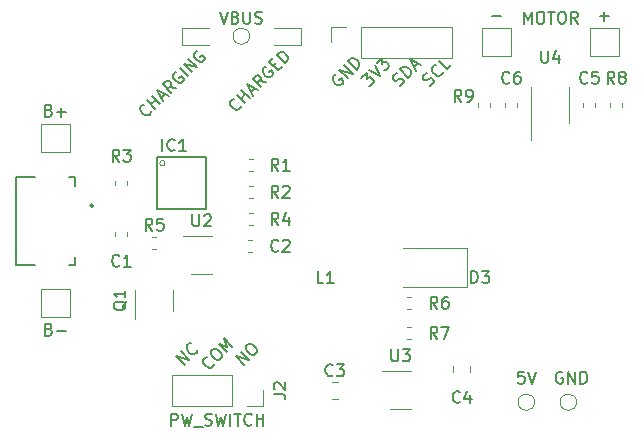
<source format=gbr>
G04 #@! TF.GenerationSoftware,KiCad,Pcbnew,(5.1.6)-1*
G04 #@! TF.CreationDate,2021-01-22T14:13:29+00:00*
G04 #@! TF.ProjectId,NanoBLE_Compass,4e616e6f-424c-4455-9f43-6f6d70617373,rev?*
G04 #@! TF.SameCoordinates,Original*
G04 #@! TF.FileFunction,Legend,Top*
G04 #@! TF.FilePolarity,Positive*
%FSLAX46Y46*%
G04 Gerber Fmt 4.6, Leading zero omitted, Abs format (unit mm)*
G04 Created by KiCad (PCBNEW (5.1.6)-1) date 2021-01-22 14:13:29*
%MOMM*%
%LPD*%
G01*
G04 APERTURE LIST*
%ADD10C,0.150000*%
%ADD11C,0.120000*%
%ADD12C,0.100000*%
%ADD13C,0.127000*%
G04 APERTURE END LIST*
D10*
X137415461Y-101730301D02*
X136708355Y-101023194D01*
X137819522Y-101326240D01*
X137112416Y-100619133D01*
X137583820Y-100147729D02*
X137718507Y-100013042D01*
X137819522Y-99979370D01*
X137954209Y-99979370D01*
X138122568Y-100080385D01*
X138358270Y-100316087D01*
X138459286Y-100484446D01*
X138459286Y-100619133D01*
X138425614Y-100720148D01*
X138290927Y-100854835D01*
X138189912Y-100888507D01*
X138055225Y-100888507D01*
X137886866Y-100787492D01*
X137651164Y-100551790D01*
X137550148Y-100383431D01*
X137550148Y-100248744D01*
X137583820Y-100147729D01*
X134824954Y-101646122D02*
X134824954Y-101713465D01*
X134757610Y-101848152D01*
X134690267Y-101915496D01*
X134555580Y-101982839D01*
X134420893Y-101982839D01*
X134319877Y-101949167D01*
X134151519Y-101848152D01*
X134050503Y-101747137D01*
X133949488Y-101578778D01*
X133915816Y-101477763D01*
X133915816Y-101343076D01*
X133983160Y-101208389D01*
X134050503Y-101141045D01*
X134185190Y-101073702D01*
X134252534Y-101073702D01*
X134622923Y-100568625D02*
X134757610Y-100433938D01*
X134858625Y-100400267D01*
X134993312Y-100400267D01*
X135161671Y-100501282D01*
X135397374Y-100736984D01*
X135498389Y-100905343D01*
X135498389Y-101040030D01*
X135464717Y-101141045D01*
X135330030Y-101275732D01*
X135229015Y-101309404D01*
X135094328Y-101309404D01*
X134925969Y-101208389D01*
X134690267Y-100972687D01*
X134589251Y-100804328D01*
X134589251Y-100669641D01*
X134622923Y-100568625D01*
X135936122Y-100669641D02*
X135229015Y-99962534D01*
X135969793Y-100231908D01*
X135700419Y-99491129D01*
X136407526Y-100198236D01*
X132352297Y-101713465D02*
X131645190Y-101006358D01*
X132756358Y-101309404D01*
X132049251Y-100602297D01*
X133429793Y-100501282D02*
X133429793Y-100568625D01*
X133362450Y-100703312D01*
X133295106Y-100770656D01*
X133160419Y-100838000D01*
X133025732Y-100838000D01*
X132924717Y-100804328D01*
X132756358Y-100703312D01*
X132655343Y-100602297D01*
X132554328Y-100433938D01*
X132520656Y-100332923D01*
X132520656Y-100198236D01*
X132588000Y-100063549D01*
X132655343Y-99996206D01*
X132790030Y-99928862D01*
X132857374Y-99928862D01*
X135326666Y-71842380D02*
X135660000Y-72842380D01*
X135993333Y-71842380D01*
X136660000Y-72318571D02*
X136802857Y-72366190D01*
X136850476Y-72413809D01*
X136898095Y-72509047D01*
X136898095Y-72651904D01*
X136850476Y-72747142D01*
X136802857Y-72794761D01*
X136707619Y-72842380D01*
X136326666Y-72842380D01*
X136326666Y-71842380D01*
X136660000Y-71842380D01*
X136755238Y-71890000D01*
X136802857Y-71937619D01*
X136850476Y-72032857D01*
X136850476Y-72128095D01*
X136802857Y-72223333D01*
X136755238Y-72270952D01*
X136660000Y-72318571D01*
X136326666Y-72318571D01*
X137326666Y-71842380D02*
X137326666Y-72651904D01*
X137374285Y-72747142D01*
X137421904Y-72794761D01*
X137517142Y-72842380D01*
X137707619Y-72842380D01*
X137802857Y-72794761D01*
X137850476Y-72747142D01*
X137898095Y-72651904D01*
X137898095Y-71842380D01*
X138326666Y-72794761D02*
X138469523Y-72842380D01*
X138707619Y-72842380D01*
X138802857Y-72794761D01*
X138850476Y-72747142D01*
X138898095Y-72651904D01*
X138898095Y-72556666D01*
X138850476Y-72461428D01*
X138802857Y-72413809D01*
X138707619Y-72366190D01*
X138517142Y-72318571D01*
X138421904Y-72270952D01*
X138374285Y-72223333D01*
X138326666Y-72128095D01*
X138326666Y-72032857D01*
X138374285Y-71937619D01*
X138421904Y-71890000D01*
X138517142Y-71842380D01*
X138755238Y-71842380D01*
X138898095Y-71890000D01*
X161099523Y-102322380D02*
X160623333Y-102322380D01*
X160575714Y-102798571D01*
X160623333Y-102750952D01*
X160718571Y-102703333D01*
X160956666Y-102703333D01*
X161051904Y-102750952D01*
X161099523Y-102798571D01*
X161147142Y-102893809D01*
X161147142Y-103131904D01*
X161099523Y-103227142D01*
X161051904Y-103274761D01*
X160956666Y-103322380D01*
X160718571Y-103322380D01*
X160623333Y-103274761D01*
X160575714Y-103227142D01*
X161432857Y-102322380D02*
X161766190Y-103322380D01*
X162099523Y-102322380D01*
X164338095Y-102370000D02*
X164242857Y-102322380D01*
X164100000Y-102322380D01*
X163957142Y-102370000D01*
X163861904Y-102465238D01*
X163814285Y-102560476D01*
X163766666Y-102750952D01*
X163766666Y-102893809D01*
X163814285Y-103084285D01*
X163861904Y-103179523D01*
X163957142Y-103274761D01*
X164100000Y-103322380D01*
X164195238Y-103322380D01*
X164338095Y-103274761D01*
X164385714Y-103227142D01*
X164385714Y-102893809D01*
X164195238Y-102893809D01*
X164814285Y-103322380D02*
X164814285Y-102322380D01*
X165385714Y-103322380D01*
X165385714Y-102322380D01*
X165861904Y-103322380D02*
X165861904Y-102322380D01*
X166100000Y-102322380D01*
X166242857Y-102370000D01*
X166338095Y-102465238D01*
X166385714Y-102560476D01*
X166433333Y-102750952D01*
X166433333Y-102893809D01*
X166385714Y-103084285D01*
X166338095Y-103179523D01*
X166242857Y-103274761D01*
X166100000Y-103322380D01*
X165861904Y-103322380D01*
X131223238Y-106878380D02*
X131223238Y-105878380D01*
X131604190Y-105878380D01*
X131699428Y-105926000D01*
X131747047Y-105973619D01*
X131794666Y-106068857D01*
X131794666Y-106211714D01*
X131747047Y-106306952D01*
X131699428Y-106354571D01*
X131604190Y-106402190D01*
X131223238Y-106402190D01*
X132128000Y-105878380D02*
X132366095Y-106878380D01*
X132556571Y-106164095D01*
X132747047Y-106878380D01*
X132985142Y-105878380D01*
X133128000Y-106973619D02*
X133889904Y-106973619D01*
X134080380Y-106830761D02*
X134223238Y-106878380D01*
X134461333Y-106878380D01*
X134556571Y-106830761D01*
X134604190Y-106783142D01*
X134651809Y-106687904D01*
X134651809Y-106592666D01*
X134604190Y-106497428D01*
X134556571Y-106449809D01*
X134461333Y-106402190D01*
X134270857Y-106354571D01*
X134175619Y-106306952D01*
X134128000Y-106259333D01*
X134080380Y-106164095D01*
X134080380Y-106068857D01*
X134128000Y-105973619D01*
X134175619Y-105926000D01*
X134270857Y-105878380D01*
X134508952Y-105878380D01*
X134651809Y-105926000D01*
X134985142Y-105878380D02*
X135223238Y-106878380D01*
X135413714Y-106164095D01*
X135604190Y-106878380D01*
X135842285Y-105878380D01*
X136223238Y-106878380D02*
X136223238Y-105878380D01*
X136556571Y-105878380D02*
X137128000Y-105878380D01*
X136842285Y-106878380D02*
X136842285Y-105878380D01*
X138032761Y-106783142D02*
X137985142Y-106830761D01*
X137842285Y-106878380D01*
X137747047Y-106878380D01*
X137604190Y-106830761D01*
X137508952Y-106735523D01*
X137461333Y-106640285D01*
X137413714Y-106449809D01*
X137413714Y-106306952D01*
X137461333Y-106116476D01*
X137508952Y-106021238D01*
X137604190Y-105926000D01*
X137747047Y-105878380D01*
X137842285Y-105878380D01*
X137985142Y-105926000D01*
X138032761Y-105973619D01*
X138461333Y-106878380D02*
X138461333Y-105878380D01*
X138461333Y-106354571D02*
X139032761Y-106354571D01*
X139032761Y-106878380D02*
X139032761Y-105878380D01*
X120864380Y-98734571D02*
X121007238Y-98782190D01*
X121054857Y-98829809D01*
X121102476Y-98925047D01*
X121102476Y-99067904D01*
X121054857Y-99163142D01*
X121007238Y-99210761D01*
X120912000Y-99258380D01*
X120531047Y-99258380D01*
X120531047Y-98258380D01*
X120864380Y-98258380D01*
X120959619Y-98306000D01*
X121007238Y-98353619D01*
X121054857Y-98448857D01*
X121054857Y-98544095D01*
X121007238Y-98639333D01*
X120959619Y-98686952D01*
X120864380Y-98734571D01*
X120531047Y-98734571D01*
X121531047Y-98877428D02*
X122292952Y-98877428D01*
X120864380Y-80192571D02*
X121007238Y-80240190D01*
X121054857Y-80287809D01*
X121102476Y-80383047D01*
X121102476Y-80525904D01*
X121054857Y-80621142D01*
X121007238Y-80668761D01*
X120912000Y-80716380D01*
X120531047Y-80716380D01*
X120531047Y-79716380D01*
X120864380Y-79716380D01*
X120959619Y-79764000D01*
X121007238Y-79811619D01*
X121054857Y-79906857D01*
X121054857Y-80002095D01*
X121007238Y-80097333D01*
X120959619Y-80144952D01*
X120864380Y-80192571D01*
X120531047Y-80192571D01*
X121531047Y-80335428D02*
X122292952Y-80335428D01*
X121912000Y-80716380D02*
X121912000Y-79954476D01*
X167513047Y-72207428D02*
X168274952Y-72207428D01*
X167894000Y-72588380D02*
X167894000Y-71826476D01*
X158369047Y-72207428D02*
X159130952Y-72207428D01*
X161060095Y-72842380D02*
X161060095Y-71842380D01*
X161393428Y-72556666D01*
X161726761Y-71842380D01*
X161726761Y-72842380D01*
X162393428Y-71842380D02*
X162583904Y-71842380D01*
X162679142Y-71890000D01*
X162774380Y-71985238D01*
X162822000Y-72175714D01*
X162822000Y-72509047D01*
X162774380Y-72699523D01*
X162679142Y-72794761D01*
X162583904Y-72842380D01*
X162393428Y-72842380D01*
X162298190Y-72794761D01*
X162202952Y-72699523D01*
X162155333Y-72509047D01*
X162155333Y-72175714D01*
X162202952Y-71985238D01*
X162298190Y-71890000D01*
X162393428Y-71842380D01*
X163107714Y-71842380D02*
X163679142Y-71842380D01*
X163393428Y-72842380D02*
X163393428Y-71842380D01*
X164202952Y-71842380D02*
X164393428Y-71842380D01*
X164488666Y-71890000D01*
X164583904Y-71985238D01*
X164631523Y-72175714D01*
X164631523Y-72509047D01*
X164583904Y-72699523D01*
X164488666Y-72794761D01*
X164393428Y-72842380D01*
X164202952Y-72842380D01*
X164107714Y-72794761D01*
X164012476Y-72699523D01*
X163964857Y-72509047D01*
X163964857Y-72175714D01*
X164012476Y-71985238D01*
X164107714Y-71890000D01*
X164202952Y-71842380D01*
X165631523Y-72842380D02*
X165298190Y-72366190D01*
X165060095Y-72842380D02*
X165060095Y-71842380D01*
X165441047Y-71842380D01*
X165536285Y-71890000D01*
X165583904Y-71937619D01*
X165631523Y-72032857D01*
X165631523Y-72175714D01*
X165583904Y-72270952D01*
X165536285Y-72318571D01*
X165441047Y-72366190D01*
X165060095Y-72366190D01*
X145157698Y-77147194D02*
X145056683Y-77180866D01*
X144955668Y-77281881D01*
X144888324Y-77416568D01*
X144888324Y-77551255D01*
X144921996Y-77652270D01*
X145023011Y-77820629D01*
X145124026Y-77921644D01*
X145292385Y-78022660D01*
X145393400Y-78056331D01*
X145528087Y-78056331D01*
X145662774Y-77988988D01*
X145730118Y-77921644D01*
X145797461Y-77786957D01*
X145797461Y-77719614D01*
X145561759Y-77483912D01*
X145427072Y-77618599D01*
X146167851Y-77483912D02*
X145460744Y-76776805D01*
X146571912Y-77079851D01*
X145864805Y-76372744D01*
X146908629Y-76743133D02*
X146201522Y-76036026D01*
X146369881Y-75867668D01*
X146504568Y-75800324D01*
X146639255Y-75800324D01*
X146740270Y-75833996D01*
X146908629Y-75935011D01*
X147009644Y-76036026D01*
X147110660Y-76204385D01*
X147144331Y-76305400D01*
X147144331Y-76440087D01*
X147076988Y-76574774D01*
X146908629Y-76743133D01*
X147327309Y-77450240D02*
X147765042Y-77012507D01*
X147798713Y-77517583D01*
X147899729Y-77416568D01*
X148000744Y-77382896D01*
X148068087Y-77382896D01*
X148169103Y-77416568D01*
X148337461Y-77584927D01*
X148371133Y-77685942D01*
X148371133Y-77753286D01*
X148337461Y-77854301D01*
X148135431Y-78056331D01*
X148034416Y-78090003D01*
X147967072Y-78090003D01*
X147967072Y-76810477D02*
X148909881Y-77281881D01*
X148438477Y-76339072D01*
X148606835Y-76170713D02*
X149044568Y-75732981D01*
X149078240Y-76238057D01*
X149179255Y-76137042D01*
X149280270Y-76103370D01*
X149347614Y-76103370D01*
X149448629Y-76137042D01*
X149616988Y-76305400D01*
X149650660Y-76406416D01*
X149650660Y-76473759D01*
X149616988Y-76574774D01*
X149414957Y-76776805D01*
X149313942Y-76810477D01*
X149246599Y-76810477D01*
X153114416Y-78090003D02*
X153249103Y-78022660D01*
X153417461Y-77854301D01*
X153451133Y-77753286D01*
X153451133Y-77685942D01*
X153417461Y-77584927D01*
X153350118Y-77517583D01*
X153249103Y-77483912D01*
X153181759Y-77483912D01*
X153080744Y-77517583D01*
X152912385Y-77618599D01*
X152811370Y-77652270D01*
X152744026Y-77652270D01*
X152643011Y-77618599D01*
X152575668Y-77551255D01*
X152541996Y-77450240D01*
X152541996Y-77382896D01*
X152575668Y-77281881D01*
X152744026Y-77113522D01*
X152878713Y-77046179D01*
X154191912Y-76945164D02*
X154191912Y-77012507D01*
X154124568Y-77147194D01*
X154057225Y-77214538D01*
X153922538Y-77281881D01*
X153787851Y-77281881D01*
X153686835Y-77248209D01*
X153518477Y-77147194D01*
X153417461Y-77046179D01*
X153316446Y-76877820D01*
X153282774Y-76776805D01*
X153282774Y-76642118D01*
X153350118Y-76507431D01*
X153417461Y-76440087D01*
X153552148Y-76372744D01*
X153619492Y-76372744D01*
X154899018Y-76372744D02*
X154562301Y-76709461D01*
X153855194Y-76002355D01*
X150557580Y-78106839D02*
X150692267Y-78039496D01*
X150860625Y-77871137D01*
X150894297Y-77770122D01*
X150894297Y-77702778D01*
X150860625Y-77601763D01*
X150793282Y-77534419D01*
X150692267Y-77500748D01*
X150624923Y-77500748D01*
X150523908Y-77534419D01*
X150355549Y-77635435D01*
X150254534Y-77669106D01*
X150187190Y-77669106D01*
X150086175Y-77635435D01*
X150018832Y-77568091D01*
X149985160Y-77467076D01*
X149985160Y-77399732D01*
X150018832Y-77298717D01*
X150187190Y-77130358D01*
X150321877Y-77063015D01*
X151298358Y-77433404D02*
X150591251Y-76726297D01*
X150759610Y-76557938D01*
X150894297Y-76490595D01*
X151028984Y-76490595D01*
X151130000Y-76524267D01*
X151298358Y-76625282D01*
X151399374Y-76726297D01*
X151500389Y-76894656D01*
X151534061Y-76995671D01*
X151534061Y-77130358D01*
X151466717Y-77265045D01*
X151298358Y-77433404D01*
X151769763Y-76557938D02*
X152106480Y-76221221D01*
X151904450Y-76827312D02*
X151433045Y-75884503D01*
X152375854Y-76355908D01*
X137101427Y-79811648D02*
X137101427Y-79878992D01*
X137034084Y-80013679D01*
X136966740Y-80081022D01*
X136832053Y-80148366D01*
X136697366Y-80148366D01*
X136596351Y-80114694D01*
X136427992Y-80013679D01*
X136326977Y-79912663D01*
X136225962Y-79744305D01*
X136192290Y-79643289D01*
X136192290Y-79508602D01*
X136259633Y-79373915D01*
X136326977Y-79306572D01*
X136461664Y-79239228D01*
X136529007Y-79239228D01*
X137471816Y-79575946D02*
X136764710Y-78868839D01*
X137101427Y-79205557D02*
X137505488Y-78801496D01*
X137875877Y-79171885D02*
X137168771Y-78464778D01*
X137976893Y-78666809D02*
X138313610Y-78330091D01*
X138111580Y-78936183D02*
X137640175Y-77993374D01*
X138582984Y-78464778D01*
X139222748Y-77825015D02*
X138650328Y-77724000D01*
X138818687Y-78229076D02*
X138111580Y-77521969D01*
X138380954Y-77252595D01*
X138481969Y-77218923D01*
X138549312Y-77218923D01*
X138650328Y-77252595D01*
X138751343Y-77353610D01*
X138785015Y-77454625D01*
X138785015Y-77521969D01*
X138751343Y-77622984D01*
X138481969Y-77892358D01*
X139222748Y-76478145D02*
X139121732Y-76511816D01*
X139020717Y-76612832D01*
X138953374Y-76747519D01*
X138953374Y-76882206D01*
X138987045Y-76983221D01*
X139088061Y-77151580D01*
X139189076Y-77252595D01*
X139357435Y-77353610D01*
X139458450Y-77387282D01*
X139593137Y-77387282D01*
X139727824Y-77319938D01*
X139795167Y-77252595D01*
X139862511Y-77117908D01*
X139862511Y-77050564D01*
X139626809Y-76814862D01*
X139492122Y-76949549D01*
X139862511Y-76444473D02*
X140098213Y-76208771D01*
X140569618Y-76478145D02*
X140232900Y-76814862D01*
X139525793Y-76107755D01*
X139862511Y-75771038D01*
X140872663Y-76175099D02*
X140165557Y-75467992D01*
X140333915Y-75299633D01*
X140468602Y-75232290D01*
X140603289Y-75232290D01*
X140704305Y-75265962D01*
X140872663Y-75366977D01*
X140973679Y-75467992D01*
X141074694Y-75636351D01*
X141108366Y-75737366D01*
X141108366Y-75872053D01*
X141041022Y-76006740D01*
X140872663Y-76175099D01*
X129516561Y-80284514D02*
X129516561Y-80351858D01*
X129449217Y-80486545D01*
X129381874Y-80553888D01*
X129247187Y-80621232D01*
X129112500Y-80621232D01*
X129011485Y-80587560D01*
X128843126Y-80486545D01*
X128742111Y-80385530D01*
X128641095Y-80217171D01*
X128607424Y-80116156D01*
X128607424Y-79981469D01*
X128674767Y-79846782D01*
X128742111Y-79779438D01*
X128876798Y-79712095D01*
X128944141Y-79712095D01*
X129886950Y-80048812D02*
X129179843Y-79341705D01*
X129516561Y-79678423D02*
X129920622Y-79274362D01*
X130291011Y-79644751D02*
X129583904Y-78937644D01*
X130392026Y-79139675D02*
X130728744Y-78802957D01*
X130526713Y-79409049D02*
X130055309Y-78466240D01*
X130998118Y-78937644D01*
X131637881Y-78297881D02*
X131065461Y-78196866D01*
X131233820Y-78701942D02*
X130526713Y-77994835D01*
X130796087Y-77725461D01*
X130897103Y-77691790D01*
X130964446Y-77691790D01*
X131065461Y-77725461D01*
X131166477Y-77826477D01*
X131200148Y-77927492D01*
X131200148Y-77994835D01*
X131166477Y-78095851D01*
X130897103Y-78365225D01*
X131637881Y-76951011D02*
X131536866Y-76984683D01*
X131435851Y-77085698D01*
X131368507Y-77220385D01*
X131368507Y-77355072D01*
X131402179Y-77456087D01*
X131503194Y-77624446D01*
X131604209Y-77725461D01*
X131772568Y-77826477D01*
X131873583Y-77860148D01*
X132008270Y-77860148D01*
X132142957Y-77792805D01*
X132210301Y-77725461D01*
X132277644Y-77590774D01*
X132277644Y-77523431D01*
X132041942Y-77287729D01*
X131907255Y-77422416D01*
X132648034Y-77287729D02*
X131940927Y-76580622D01*
X132984751Y-76951011D02*
X132277644Y-76243904D01*
X133388812Y-76546950D01*
X132681705Y-75839843D01*
X133422484Y-75166408D02*
X133321469Y-75200080D01*
X133220453Y-75301095D01*
X133153110Y-75435782D01*
X133153110Y-75570469D01*
X133186782Y-75671485D01*
X133287797Y-75839843D01*
X133388812Y-75940859D01*
X133557171Y-76041874D01*
X133658186Y-76075546D01*
X133792873Y-76075546D01*
X133927560Y-76008202D01*
X133994904Y-75940859D01*
X134062247Y-75806172D01*
X134062247Y-75738828D01*
X133826545Y-75503126D01*
X133691858Y-75637813D01*
D11*
X156236000Y-95122000D02*
X156236000Y-91822000D01*
X156236000Y-91822000D02*
X150836000Y-91822000D01*
X156236000Y-95122000D02*
X150836000Y-95122000D01*
X126490000Y-90515221D02*
X126490000Y-90840779D01*
X127510000Y-90515221D02*
X127510000Y-90840779D01*
X138084779Y-92204000D02*
X137759221Y-92204000D01*
X138084779Y-91184000D02*
X137759221Y-91184000D01*
X167134000Y-79593221D02*
X167134000Y-79918779D01*
X166114000Y-79593221D02*
X166114000Y-79918779D01*
X160530000Y-79918779D02*
X160530000Y-79593221D01*
X159510000Y-79918779D02*
X159510000Y-79593221D01*
X132119000Y-74649000D02*
X134404000Y-74649000D01*
X132119000Y-73179000D02*
X132119000Y-74649000D01*
X134404000Y-73179000D02*
X132119000Y-73179000D01*
X139916000Y-74649000D02*
X142201000Y-74649000D01*
X142201000Y-74649000D02*
X142201000Y-73179000D01*
X142201000Y-73179000D02*
X139916000Y-73179000D01*
D12*
X130703606Y-84660000D02*
G75*
G03*
X130703606Y-84660000I-223606J0D01*
G01*
D13*
X134180000Y-84160000D02*
X129980000Y-84160000D01*
X134180000Y-88560000D02*
X134180000Y-84160000D01*
X129980000Y-88560000D02*
X134180000Y-88560000D01*
X129980000Y-84160000D02*
X129980000Y-88560000D01*
X124632000Y-88265000D02*
G75*
G03*
X124632000Y-88265000I-150000J0D01*
G01*
X118082000Y-93315000D02*
X118082000Y-85815000D01*
X119707000Y-93315000D02*
X118082000Y-93315000D01*
X123082000Y-93315000D02*
X122582000Y-93315000D01*
X123082000Y-92565000D02*
X123082000Y-93315000D01*
X123082000Y-85815000D02*
X123082000Y-86565000D01*
X122582000Y-85815000D02*
X123082000Y-85815000D01*
X118082000Y-85815000D02*
X119707000Y-85815000D01*
D11*
X138998000Y-103886000D02*
X138998000Y-105216000D01*
X138998000Y-105216000D02*
X137668000Y-105216000D01*
X136398000Y-105216000D02*
X131258000Y-105216000D01*
X131258000Y-102556000D02*
X131258000Y-105216000D01*
X136398000Y-102556000D02*
X131258000Y-102556000D01*
X136398000Y-102556000D02*
X136398000Y-105216000D01*
X144720000Y-74422000D02*
X144720000Y-73092000D01*
X144720000Y-73092000D02*
X146050000Y-73092000D01*
X147320000Y-73092000D02*
X155000000Y-73092000D01*
X155000000Y-75752000D02*
X155000000Y-73092000D01*
X147320000Y-75752000D02*
X155000000Y-75752000D01*
X147320000Y-75752000D02*
X147320000Y-73092000D01*
X137784721Y-84326000D02*
X138110279Y-84326000D01*
X137784721Y-85346000D02*
X138110279Y-85346000D01*
X137784721Y-87632000D02*
X138110279Y-87632000D01*
X137784721Y-86612000D02*
X138110279Y-86612000D01*
X127510000Y-86171721D02*
X127510000Y-86497279D01*
X126490000Y-86171721D02*
X126490000Y-86497279D01*
X137784721Y-89918000D02*
X138110279Y-89918000D01*
X137784721Y-88898000D02*
X138110279Y-88898000D01*
X129956779Y-90930000D02*
X129631221Y-90930000D01*
X129956779Y-91950000D02*
X129631221Y-91950000D01*
X151546779Y-96010000D02*
X151221221Y-96010000D01*
X151546779Y-97030000D02*
X151221221Y-97030000D01*
X151195721Y-98550000D02*
X151521279Y-98550000D01*
X151195721Y-99570000D02*
X151521279Y-99570000D01*
X169420000Y-79593221D02*
X169420000Y-79918779D01*
X168400000Y-79593221D02*
X168400000Y-79918779D01*
X157224000Y-79593221D02*
X157224000Y-79918779D01*
X158244000Y-79593221D02*
X158244000Y-79918779D01*
X137860000Y-73914000D02*
G75*
G03*
X137860000Y-73914000I-700000J0D01*
G01*
X120212000Y-81350000D02*
X122612000Y-81350000D01*
X122612000Y-81350000D02*
X122612000Y-83750000D01*
X122612000Y-83750000D02*
X120212000Y-83750000D01*
X120212000Y-83750000D02*
X120212000Y-81350000D01*
X120212000Y-97720000D02*
X120212000Y-95320000D01*
X122612000Y-97720000D02*
X120212000Y-97720000D01*
X122612000Y-95320000D02*
X122612000Y-97720000D01*
X120212000Y-95320000D02*
X122612000Y-95320000D01*
X161990000Y-104902000D02*
G75*
G03*
X161990000Y-104902000I-700000J0D01*
G01*
X166694000Y-73222000D02*
X169094000Y-73222000D01*
X169094000Y-73222000D02*
X169094000Y-75622000D01*
X169094000Y-75622000D02*
X166694000Y-75622000D01*
X166694000Y-75622000D02*
X166694000Y-73222000D01*
X157550000Y-75622000D02*
X157550000Y-73222000D01*
X159950000Y-75622000D02*
X157550000Y-75622000D01*
X159950000Y-73222000D02*
X159950000Y-75622000D01*
X157550000Y-73222000D02*
X159950000Y-73222000D01*
X165546000Y-104902000D02*
G75*
G03*
X165546000Y-104902000I-700000J0D01*
G01*
X134674000Y-90846000D02*
X132224000Y-90846000D01*
X132874000Y-94066000D02*
X134674000Y-94066000D01*
X149722000Y-105496000D02*
X151522000Y-105496000D01*
X151522000Y-102276000D02*
X149072000Y-102276000D01*
X161712000Y-79756000D02*
X161712000Y-82681000D01*
X161712000Y-79756000D02*
X161712000Y-78256000D01*
X164932000Y-79756000D02*
X164932000Y-81256000D01*
X164932000Y-79756000D02*
X164932000Y-78256000D01*
X128184000Y-95366000D02*
X128184000Y-97816000D01*
X131404000Y-97166000D02*
X131404000Y-95366000D01*
X144803922Y-104596000D02*
X145321078Y-104596000D01*
X144803922Y-103176000D02*
X145321078Y-103176000D01*
X156539000Y-101849422D02*
X156539000Y-102366578D01*
X155119000Y-101849422D02*
X155119000Y-102366578D01*
D10*
X156614904Y-94813380D02*
X156614904Y-93813380D01*
X156853000Y-93813380D01*
X156995857Y-93861000D01*
X157091095Y-93956238D01*
X157138714Y-94051476D01*
X157186333Y-94241952D01*
X157186333Y-94384809D01*
X157138714Y-94575285D01*
X157091095Y-94670523D01*
X156995857Y-94765761D01*
X156853000Y-94813380D01*
X156614904Y-94813380D01*
X157519666Y-93813380D02*
X158138714Y-93813380D01*
X157805380Y-94194333D01*
X157948238Y-94194333D01*
X158043476Y-94241952D01*
X158091095Y-94289571D01*
X158138714Y-94384809D01*
X158138714Y-94622904D01*
X158091095Y-94718142D01*
X158043476Y-94765761D01*
X157948238Y-94813380D01*
X157662523Y-94813380D01*
X157567285Y-94765761D01*
X157519666Y-94718142D01*
X144105333Y-94813380D02*
X143629142Y-94813380D01*
X143629142Y-93813380D01*
X144962476Y-94813380D02*
X144391047Y-94813380D01*
X144676761Y-94813380D02*
X144676761Y-93813380D01*
X144581523Y-93956238D01*
X144486285Y-94051476D01*
X144391047Y-94099095D01*
X126833333Y-93321142D02*
X126785714Y-93368761D01*
X126642857Y-93416380D01*
X126547619Y-93416380D01*
X126404761Y-93368761D01*
X126309523Y-93273523D01*
X126261904Y-93178285D01*
X126214285Y-92987809D01*
X126214285Y-92844952D01*
X126261904Y-92654476D01*
X126309523Y-92559238D01*
X126404761Y-92464000D01*
X126547619Y-92416380D01*
X126642857Y-92416380D01*
X126785714Y-92464000D01*
X126833333Y-92511619D01*
X127785714Y-93416380D02*
X127214285Y-93416380D01*
X127500000Y-93416380D02*
X127500000Y-92416380D01*
X127404761Y-92559238D01*
X127309523Y-92654476D01*
X127214285Y-92702095D01*
X140295333Y-92051142D02*
X140247714Y-92098761D01*
X140104857Y-92146380D01*
X140009619Y-92146380D01*
X139866761Y-92098761D01*
X139771523Y-92003523D01*
X139723904Y-91908285D01*
X139676285Y-91717809D01*
X139676285Y-91574952D01*
X139723904Y-91384476D01*
X139771523Y-91289238D01*
X139866761Y-91194000D01*
X140009619Y-91146380D01*
X140104857Y-91146380D01*
X140247714Y-91194000D01*
X140295333Y-91241619D01*
X140676285Y-91241619D02*
X140723904Y-91194000D01*
X140819142Y-91146380D01*
X141057238Y-91146380D01*
X141152476Y-91194000D01*
X141200095Y-91241619D01*
X141247714Y-91336857D01*
X141247714Y-91432095D01*
X141200095Y-91574952D01*
X140628666Y-92146380D01*
X141247714Y-92146380D01*
X166457333Y-77827142D02*
X166409714Y-77874761D01*
X166266857Y-77922380D01*
X166171619Y-77922380D01*
X166028761Y-77874761D01*
X165933523Y-77779523D01*
X165885904Y-77684285D01*
X165838285Y-77493809D01*
X165838285Y-77350952D01*
X165885904Y-77160476D01*
X165933523Y-77065238D01*
X166028761Y-76970000D01*
X166171619Y-76922380D01*
X166266857Y-76922380D01*
X166409714Y-76970000D01*
X166457333Y-77017619D01*
X167362095Y-76922380D02*
X166885904Y-76922380D01*
X166838285Y-77398571D01*
X166885904Y-77350952D01*
X166981142Y-77303333D01*
X167219238Y-77303333D01*
X167314476Y-77350952D01*
X167362095Y-77398571D01*
X167409714Y-77493809D01*
X167409714Y-77731904D01*
X167362095Y-77827142D01*
X167314476Y-77874761D01*
X167219238Y-77922380D01*
X166981142Y-77922380D01*
X166885904Y-77874761D01*
X166838285Y-77827142D01*
X159853333Y-77827142D02*
X159805714Y-77874761D01*
X159662857Y-77922380D01*
X159567619Y-77922380D01*
X159424761Y-77874761D01*
X159329523Y-77779523D01*
X159281904Y-77684285D01*
X159234285Y-77493809D01*
X159234285Y-77350952D01*
X159281904Y-77160476D01*
X159329523Y-77065238D01*
X159424761Y-76970000D01*
X159567619Y-76922380D01*
X159662857Y-76922380D01*
X159805714Y-76970000D01*
X159853333Y-77017619D01*
X160710476Y-76922380D02*
X160520000Y-76922380D01*
X160424761Y-76970000D01*
X160377142Y-77017619D01*
X160281904Y-77160476D01*
X160234285Y-77350952D01*
X160234285Y-77731904D01*
X160281904Y-77827142D01*
X160329523Y-77874761D01*
X160424761Y-77922380D01*
X160615238Y-77922380D01*
X160710476Y-77874761D01*
X160758095Y-77827142D01*
X160805714Y-77731904D01*
X160805714Y-77493809D01*
X160758095Y-77398571D01*
X160710476Y-77350952D01*
X160615238Y-77303333D01*
X160424761Y-77303333D01*
X160329523Y-77350952D01*
X160281904Y-77398571D01*
X160234285Y-77493809D01*
X130468363Y-83636608D02*
X130468363Y-82636325D01*
X131516278Y-83541343D02*
X131468646Y-83588976D01*
X131325748Y-83636608D01*
X131230483Y-83636608D01*
X131087586Y-83588976D01*
X130992321Y-83493711D01*
X130944688Y-83398446D01*
X130897055Y-83207916D01*
X130897055Y-83065018D01*
X130944688Y-82874488D01*
X130992321Y-82779223D01*
X131087586Y-82683958D01*
X131230483Y-82636325D01*
X131325748Y-82636325D01*
X131468646Y-82683958D01*
X131516278Y-82731591D01*
X132468929Y-83636608D02*
X131897338Y-83636608D01*
X132183134Y-83636608D02*
X132183134Y-82636325D01*
X132087869Y-82779223D01*
X131992604Y-82874488D01*
X131897338Y-82922121D01*
X139890380Y-104219333D02*
X140604666Y-104219333D01*
X140747523Y-104266952D01*
X140842761Y-104362190D01*
X140890380Y-104505047D01*
X140890380Y-104600285D01*
X139985619Y-103790761D02*
X139938000Y-103743142D01*
X139890380Y-103647904D01*
X139890380Y-103409809D01*
X139938000Y-103314571D01*
X139985619Y-103266952D01*
X140080857Y-103219333D01*
X140176095Y-103219333D01*
X140318952Y-103266952D01*
X140890380Y-103838380D01*
X140890380Y-103219333D01*
X140295333Y-85288380D02*
X139962000Y-84812190D01*
X139723904Y-85288380D02*
X139723904Y-84288380D01*
X140104857Y-84288380D01*
X140200095Y-84336000D01*
X140247714Y-84383619D01*
X140295333Y-84478857D01*
X140295333Y-84621714D01*
X140247714Y-84716952D01*
X140200095Y-84764571D01*
X140104857Y-84812190D01*
X139723904Y-84812190D01*
X141247714Y-85288380D02*
X140676285Y-85288380D01*
X140962000Y-85288380D02*
X140962000Y-84288380D01*
X140866761Y-84431238D01*
X140771523Y-84526476D01*
X140676285Y-84574095D01*
X140295333Y-87574380D02*
X139962000Y-87098190D01*
X139723904Y-87574380D02*
X139723904Y-86574380D01*
X140104857Y-86574380D01*
X140200095Y-86622000D01*
X140247714Y-86669619D01*
X140295333Y-86764857D01*
X140295333Y-86907714D01*
X140247714Y-87002952D01*
X140200095Y-87050571D01*
X140104857Y-87098190D01*
X139723904Y-87098190D01*
X140676285Y-86669619D02*
X140723904Y-86622000D01*
X140819142Y-86574380D01*
X141057238Y-86574380D01*
X141152476Y-86622000D01*
X141200095Y-86669619D01*
X141247714Y-86764857D01*
X141247714Y-86860095D01*
X141200095Y-87002952D01*
X140628666Y-87574380D01*
X141247714Y-87574380D01*
X126833333Y-84526380D02*
X126500000Y-84050190D01*
X126261904Y-84526380D02*
X126261904Y-83526380D01*
X126642857Y-83526380D01*
X126738095Y-83574000D01*
X126785714Y-83621619D01*
X126833333Y-83716857D01*
X126833333Y-83859714D01*
X126785714Y-83954952D01*
X126738095Y-84002571D01*
X126642857Y-84050190D01*
X126261904Y-84050190D01*
X127166666Y-83526380D02*
X127785714Y-83526380D01*
X127452380Y-83907333D01*
X127595238Y-83907333D01*
X127690476Y-83954952D01*
X127738095Y-84002571D01*
X127785714Y-84097809D01*
X127785714Y-84335904D01*
X127738095Y-84431142D01*
X127690476Y-84478761D01*
X127595238Y-84526380D01*
X127309523Y-84526380D01*
X127214285Y-84478761D01*
X127166666Y-84431142D01*
X140295333Y-89860380D02*
X139962000Y-89384190D01*
X139723904Y-89860380D02*
X139723904Y-88860380D01*
X140104857Y-88860380D01*
X140200095Y-88908000D01*
X140247714Y-88955619D01*
X140295333Y-89050857D01*
X140295333Y-89193714D01*
X140247714Y-89288952D01*
X140200095Y-89336571D01*
X140104857Y-89384190D01*
X139723904Y-89384190D01*
X141152476Y-89193714D02*
X141152476Y-89860380D01*
X140914380Y-88812761D02*
X140676285Y-89527047D01*
X141295333Y-89527047D01*
X129627333Y-90368380D02*
X129294000Y-89892190D01*
X129055904Y-90368380D02*
X129055904Y-89368380D01*
X129436857Y-89368380D01*
X129532095Y-89416000D01*
X129579714Y-89463619D01*
X129627333Y-89558857D01*
X129627333Y-89701714D01*
X129579714Y-89796952D01*
X129532095Y-89844571D01*
X129436857Y-89892190D01*
X129055904Y-89892190D01*
X130532095Y-89368380D02*
X130055904Y-89368380D01*
X130008285Y-89844571D01*
X130055904Y-89796952D01*
X130151142Y-89749333D01*
X130389238Y-89749333D01*
X130484476Y-89796952D01*
X130532095Y-89844571D01*
X130579714Y-89939809D01*
X130579714Y-90177904D01*
X130532095Y-90273142D01*
X130484476Y-90320761D01*
X130389238Y-90368380D01*
X130151142Y-90368380D01*
X130055904Y-90320761D01*
X130008285Y-90273142D01*
X153757333Y-96972380D02*
X153424000Y-96496190D01*
X153185904Y-96972380D02*
X153185904Y-95972380D01*
X153566857Y-95972380D01*
X153662095Y-96020000D01*
X153709714Y-96067619D01*
X153757333Y-96162857D01*
X153757333Y-96305714D01*
X153709714Y-96400952D01*
X153662095Y-96448571D01*
X153566857Y-96496190D01*
X153185904Y-96496190D01*
X154614476Y-95972380D02*
X154424000Y-95972380D01*
X154328761Y-96020000D01*
X154281142Y-96067619D01*
X154185904Y-96210476D01*
X154138285Y-96400952D01*
X154138285Y-96781904D01*
X154185904Y-96877142D01*
X154233523Y-96924761D01*
X154328761Y-96972380D01*
X154519238Y-96972380D01*
X154614476Y-96924761D01*
X154662095Y-96877142D01*
X154709714Y-96781904D01*
X154709714Y-96543809D01*
X154662095Y-96448571D01*
X154614476Y-96400952D01*
X154519238Y-96353333D01*
X154328761Y-96353333D01*
X154233523Y-96400952D01*
X154185904Y-96448571D01*
X154138285Y-96543809D01*
X153757333Y-99512380D02*
X153424000Y-99036190D01*
X153185904Y-99512380D02*
X153185904Y-98512380D01*
X153566857Y-98512380D01*
X153662095Y-98560000D01*
X153709714Y-98607619D01*
X153757333Y-98702857D01*
X153757333Y-98845714D01*
X153709714Y-98940952D01*
X153662095Y-98988571D01*
X153566857Y-99036190D01*
X153185904Y-99036190D01*
X154090666Y-98512380D02*
X154757333Y-98512380D01*
X154328761Y-99512380D01*
X168743333Y-77922380D02*
X168410000Y-77446190D01*
X168171904Y-77922380D02*
X168171904Y-76922380D01*
X168552857Y-76922380D01*
X168648095Y-76970000D01*
X168695714Y-77017619D01*
X168743333Y-77112857D01*
X168743333Y-77255714D01*
X168695714Y-77350952D01*
X168648095Y-77398571D01*
X168552857Y-77446190D01*
X168171904Y-77446190D01*
X169314761Y-77350952D02*
X169219523Y-77303333D01*
X169171904Y-77255714D01*
X169124285Y-77160476D01*
X169124285Y-77112857D01*
X169171904Y-77017619D01*
X169219523Y-76970000D01*
X169314761Y-76922380D01*
X169505238Y-76922380D01*
X169600476Y-76970000D01*
X169648095Y-77017619D01*
X169695714Y-77112857D01*
X169695714Y-77160476D01*
X169648095Y-77255714D01*
X169600476Y-77303333D01*
X169505238Y-77350952D01*
X169314761Y-77350952D01*
X169219523Y-77398571D01*
X169171904Y-77446190D01*
X169124285Y-77541428D01*
X169124285Y-77731904D01*
X169171904Y-77827142D01*
X169219523Y-77874761D01*
X169314761Y-77922380D01*
X169505238Y-77922380D01*
X169600476Y-77874761D01*
X169648095Y-77827142D01*
X169695714Y-77731904D01*
X169695714Y-77541428D01*
X169648095Y-77446190D01*
X169600476Y-77398571D01*
X169505238Y-77350952D01*
X155789333Y-79446380D02*
X155456000Y-78970190D01*
X155217904Y-79446380D02*
X155217904Y-78446380D01*
X155598857Y-78446380D01*
X155694095Y-78494000D01*
X155741714Y-78541619D01*
X155789333Y-78636857D01*
X155789333Y-78779714D01*
X155741714Y-78874952D01*
X155694095Y-78922571D01*
X155598857Y-78970190D01*
X155217904Y-78970190D01*
X156265523Y-79446380D02*
X156456000Y-79446380D01*
X156551238Y-79398761D01*
X156598857Y-79351142D01*
X156694095Y-79208285D01*
X156741714Y-79017809D01*
X156741714Y-78636857D01*
X156694095Y-78541619D01*
X156646476Y-78494000D01*
X156551238Y-78446380D01*
X156360761Y-78446380D01*
X156265523Y-78494000D01*
X156217904Y-78541619D01*
X156170285Y-78636857D01*
X156170285Y-78874952D01*
X156217904Y-78970190D01*
X156265523Y-79017809D01*
X156360761Y-79065428D01*
X156551238Y-79065428D01*
X156646476Y-79017809D01*
X156694095Y-78970190D01*
X156741714Y-78874952D01*
X133012095Y-89008380D02*
X133012095Y-89817904D01*
X133059714Y-89913142D01*
X133107333Y-89960761D01*
X133202571Y-90008380D01*
X133393047Y-90008380D01*
X133488285Y-89960761D01*
X133535904Y-89913142D01*
X133583523Y-89817904D01*
X133583523Y-89008380D01*
X134012095Y-89103619D02*
X134059714Y-89056000D01*
X134154952Y-89008380D01*
X134393047Y-89008380D01*
X134488285Y-89056000D01*
X134535904Y-89103619D01*
X134583523Y-89198857D01*
X134583523Y-89294095D01*
X134535904Y-89436952D01*
X133964476Y-90008380D01*
X134583523Y-90008380D01*
X149860095Y-100438380D02*
X149860095Y-101247904D01*
X149907714Y-101343142D01*
X149955333Y-101390761D01*
X150050571Y-101438380D01*
X150241047Y-101438380D01*
X150336285Y-101390761D01*
X150383904Y-101343142D01*
X150431523Y-101247904D01*
X150431523Y-100438380D01*
X150812476Y-100438380D02*
X151431523Y-100438380D01*
X151098190Y-100819333D01*
X151241047Y-100819333D01*
X151336285Y-100866952D01*
X151383904Y-100914571D01*
X151431523Y-101009809D01*
X151431523Y-101247904D01*
X151383904Y-101343142D01*
X151336285Y-101390761D01*
X151241047Y-101438380D01*
X150955333Y-101438380D01*
X150860095Y-101390761D01*
X150812476Y-101343142D01*
X162560095Y-75144380D02*
X162560095Y-75953904D01*
X162607714Y-76049142D01*
X162655333Y-76096761D01*
X162750571Y-76144380D01*
X162941047Y-76144380D01*
X163036285Y-76096761D01*
X163083904Y-76049142D01*
X163131523Y-75953904D01*
X163131523Y-75144380D01*
X164036285Y-75477714D02*
X164036285Y-76144380D01*
X163798190Y-75096761D02*
X163560095Y-75811047D01*
X164179142Y-75811047D01*
X127441619Y-96361238D02*
X127394000Y-96456476D01*
X127298761Y-96551714D01*
X127155904Y-96694571D01*
X127108285Y-96789809D01*
X127108285Y-96885047D01*
X127346380Y-96837428D02*
X127298761Y-96932666D01*
X127203523Y-97027904D01*
X127013047Y-97075523D01*
X126679714Y-97075523D01*
X126489238Y-97027904D01*
X126394000Y-96932666D01*
X126346380Y-96837428D01*
X126346380Y-96646952D01*
X126394000Y-96551714D01*
X126489238Y-96456476D01*
X126679714Y-96408857D01*
X127013047Y-96408857D01*
X127203523Y-96456476D01*
X127298761Y-96551714D01*
X127346380Y-96646952D01*
X127346380Y-96837428D01*
X127346380Y-95456476D02*
X127346380Y-96027904D01*
X127346380Y-95742190D02*
X126346380Y-95742190D01*
X126489238Y-95837428D01*
X126584476Y-95932666D01*
X126632095Y-96027904D01*
X144895833Y-102593142D02*
X144848214Y-102640761D01*
X144705357Y-102688380D01*
X144610119Y-102688380D01*
X144467261Y-102640761D01*
X144372023Y-102545523D01*
X144324404Y-102450285D01*
X144276785Y-102259809D01*
X144276785Y-102116952D01*
X144324404Y-101926476D01*
X144372023Y-101831238D01*
X144467261Y-101736000D01*
X144610119Y-101688380D01*
X144705357Y-101688380D01*
X144848214Y-101736000D01*
X144895833Y-101783619D01*
X145229166Y-101688380D02*
X145848214Y-101688380D01*
X145514880Y-102069333D01*
X145657738Y-102069333D01*
X145752976Y-102116952D01*
X145800595Y-102164571D01*
X145848214Y-102259809D01*
X145848214Y-102497904D01*
X145800595Y-102593142D01*
X145752976Y-102640761D01*
X145657738Y-102688380D01*
X145372023Y-102688380D01*
X145276785Y-102640761D01*
X145229166Y-102593142D01*
X155662333Y-104878142D02*
X155614714Y-104925761D01*
X155471857Y-104973380D01*
X155376619Y-104973380D01*
X155233761Y-104925761D01*
X155138523Y-104830523D01*
X155090904Y-104735285D01*
X155043285Y-104544809D01*
X155043285Y-104401952D01*
X155090904Y-104211476D01*
X155138523Y-104116238D01*
X155233761Y-104021000D01*
X155376619Y-103973380D01*
X155471857Y-103973380D01*
X155614714Y-104021000D01*
X155662333Y-104068619D01*
X156519476Y-104306714D02*
X156519476Y-104973380D01*
X156281380Y-103925761D02*
X156043285Y-104640047D01*
X156662333Y-104640047D01*
M02*

</source>
